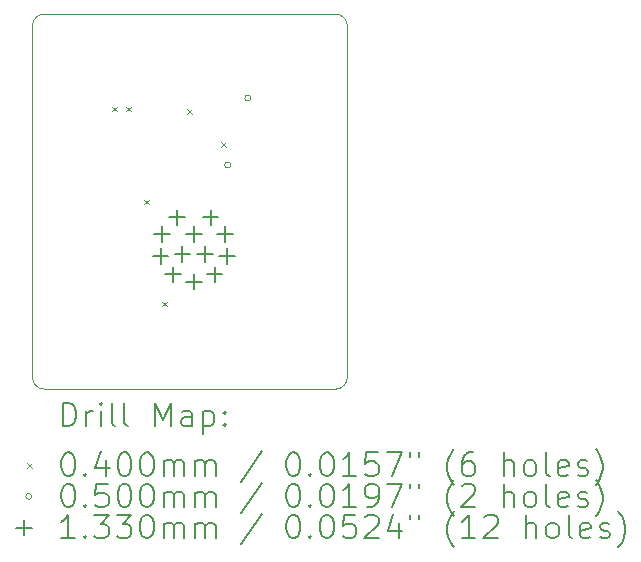
<source format=gbr>
%TF.GenerationSoftware,KiCad,Pcbnew,7.0.6*%
%TF.CreationDate,2024-04-06T15:43:45-04:00*%
%TF.ProjectId,peripheral_io_right_eth,70657269-7068-4657-9261-6c5f696f5f72,rev?*%
%TF.SameCoordinates,Original*%
%TF.FileFunction,Drillmap*%
%TF.FilePolarity,Positive*%
%FSLAX45Y45*%
G04 Gerber Fmt 4.5, Leading zero omitted, Abs format (unit mm)*
G04 Created by KiCad (PCBNEW 7.0.6) date 2024-04-06 15:43:45*
%MOMM*%
%LPD*%
G01*
G04 APERTURE LIST*
%ADD10C,0.100000*%
%ADD11C,0.200000*%
%ADD12C,0.040000*%
%ADD13C,0.050000*%
%ADD14C,0.133000*%
G04 APERTURE END LIST*
D10*
X12302354Y-10979476D02*
G75*
G03*
X12402347Y-11079476I99996J-4D01*
G01*
X12402347Y-7904477D02*
G75*
G03*
X12302347Y-8004476I3J-100003D01*
G01*
X14969354Y-8004476D02*
G75*
G03*
X14869347Y-7904476I-100004J-4D01*
G01*
X14869347Y-11079476D02*
X12402347Y-11079476D01*
X12302347Y-10979476D02*
X12302347Y-8004476D01*
X12402347Y-7904476D02*
X14869347Y-7904476D01*
X14869347Y-11079477D02*
G75*
G03*
X14969347Y-10979476I3J99997D01*
G01*
X14969347Y-8004476D02*
X14969347Y-10979476D01*
D11*
D12*
X12978307Y-8687116D02*
X13018307Y-8727116D01*
X13018307Y-8687116D02*
X12978307Y-8727116D01*
X13095147Y-8687116D02*
X13135147Y-8727116D01*
X13135147Y-8687116D02*
X13095147Y-8727116D01*
X13248960Y-9474520D02*
X13288960Y-9514520D01*
X13288960Y-9474520D02*
X13248960Y-9514520D01*
X13401360Y-10338120D02*
X13441360Y-10378120D01*
X13441360Y-10338120D02*
X13401360Y-10378120D01*
X13613307Y-8707436D02*
X13653307Y-8747436D01*
X13653307Y-8707436D02*
X13613307Y-8747436D01*
X13902867Y-8986836D02*
X13942867Y-9026836D01*
X13942867Y-8986836D02*
X13902867Y-9026836D01*
D13*
X13981317Y-9181666D02*
G75*
G03*
X13981317Y-9181666I-25000J0D01*
G01*
X14151067Y-8615676D02*
G75*
G03*
X14151067Y-8615676I-25000J0D01*
G01*
D14*
X13387851Y-9886335D02*
X13387851Y-10019335D01*
X13321351Y-9952835D02*
X13454351Y-9952835D01*
X13401105Y-9699761D02*
X13401105Y-9832761D01*
X13334605Y-9766261D02*
X13467605Y-9766261D01*
X13491267Y-10042196D02*
X13491267Y-10175196D01*
X13424767Y-10108696D02*
X13557767Y-10108696D01*
X13525500Y-9560100D02*
X13525500Y-9693100D01*
X13459000Y-9626600D02*
X13592000Y-9626600D01*
X13573041Y-9867499D02*
X13573041Y-10000499D01*
X13506541Y-9933999D02*
X13639541Y-9933999D01*
X13668304Y-9702499D02*
X13668304Y-9835499D01*
X13601804Y-9768999D02*
X13734804Y-9768999D01*
X13668304Y-10102490D02*
X13668304Y-10235490D01*
X13601804Y-10168990D02*
X13734804Y-10168990D01*
X13763567Y-9867499D02*
X13763567Y-10000499D01*
X13697067Y-9933999D02*
X13830067Y-9933999D01*
X13811107Y-9560096D02*
X13811107Y-9693096D01*
X13744607Y-9626596D02*
X13877607Y-9626596D01*
X13845341Y-10042196D02*
X13845341Y-10175196D01*
X13778841Y-10108696D02*
X13911841Y-10108696D01*
X13935503Y-9699761D02*
X13935503Y-9832761D01*
X13869003Y-9766261D02*
X14002003Y-9766261D01*
X13948757Y-9886335D02*
X13948757Y-10019335D01*
X13882257Y-9952835D02*
X14015257Y-9952835D01*
D11*
X12558124Y-11395961D02*
X12558124Y-11195961D01*
X12558124Y-11195961D02*
X12605743Y-11195961D01*
X12605743Y-11195961D02*
X12634314Y-11205484D01*
X12634314Y-11205484D02*
X12653362Y-11224532D01*
X12653362Y-11224532D02*
X12662885Y-11243580D01*
X12662885Y-11243580D02*
X12672409Y-11281675D01*
X12672409Y-11281675D02*
X12672409Y-11310246D01*
X12672409Y-11310246D02*
X12662885Y-11348341D01*
X12662885Y-11348341D02*
X12653362Y-11367389D01*
X12653362Y-11367389D02*
X12634314Y-11386437D01*
X12634314Y-11386437D02*
X12605743Y-11395961D01*
X12605743Y-11395961D02*
X12558124Y-11395961D01*
X12758124Y-11395961D02*
X12758124Y-11262627D01*
X12758124Y-11300722D02*
X12767647Y-11281675D01*
X12767647Y-11281675D02*
X12777171Y-11272151D01*
X12777171Y-11272151D02*
X12796219Y-11262627D01*
X12796219Y-11262627D02*
X12815266Y-11262627D01*
X12881933Y-11395961D02*
X12881933Y-11262627D01*
X12881933Y-11195961D02*
X12872409Y-11205484D01*
X12872409Y-11205484D02*
X12881933Y-11215008D01*
X12881933Y-11215008D02*
X12891457Y-11205484D01*
X12891457Y-11205484D02*
X12881933Y-11195961D01*
X12881933Y-11195961D02*
X12881933Y-11215008D01*
X13005743Y-11395961D02*
X12986695Y-11386437D01*
X12986695Y-11386437D02*
X12977171Y-11367389D01*
X12977171Y-11367389D02*
X12977171Y-11195961D01*
X13110504Y-11395961D02*
X13091457Y-11386437D01*
X13091457Y-11386437D02*
X13081933Y-11367389D01*
X13081933Y-11367389D02*
X13081933Y-11195961D01*
X13339076Y-11395961D02*
X13339076Y-11195961D01*
X13339076Y-11195961D02*
X13405743Y-11338818D01*
X13405743Y-11338818D02*
X13472409Y-11195961D01*
X13472409Y-11195961D02*
X13472409Y-11395961D01*
X13653362Y-11395961D02*
X13653362Y-11291199D01*
X13653362Y-11291199D02*
X13643838Y-11272151D01*
X13643838Y-11272151D02*
X13624790Y-11262627D01*
X13624790Y-11262627D02*
X13586695Y-11262627D01*
X13586695Y-11262627D02*
X13567647Y-11272151D01*
X13653362Y-11386437D02*
X13634314Y-11395961D01*
X13634314Y-11395961D02*
X13586695Y-11395961D01*
X13586695Y-11395961D02*
X13567647Y-11386437D01*
X13567647Y-11386437D02*
X13558124Y-11367389D01*
X13558124Y-11367389D02*
X13558124Y-11348341D01*
X13558124Y-11348341D02*
X13567647Y-11329294D01*
X13567647Y-11329294D02*
X13586695Y-11319770D01*
X13586695Y-11319770D02*
X13634314Y-11319770D01*
X13634314Y-11319770D02*
X13653362Y-11310246D01*
X13748600Y-11262627D02*
X13748600Y-11462627D01*
X13748600Y-11272151D02*
X13767647Y-11262627D01*
X13767647Y-11262627D02*
X13805743Y-11262627D01*
X13805743Y-11262627D02*
X13824790Y-11272151D01*
X13824790Y-11272151D02*
X13834314Y-11281675D01*
X13834314Y-11281675D02*
X13843838Y-11300722D01*
X13843838Y-11300722D02*
X13843838Y-11357865D01*
X13843838Y-11357865D02*
X13834314Y-11376913D01*
X13834314Y-11376913D02*
X13824790Y-11386437D01*
X13824790Y-11386437D02*
X13805743Y-11395961D01*
X13805743Y-11395961D02*
X13767647Y-11395961D01*
X13767647Y-11395961D02*
X13748600Y-11386437D01*
X13929552Y-11376913D02*
X13939076Y-11386437D01*
X13939076Y-11386437D02*
X13929552Y-11395961D01*
X13929552Y-11395961D02*
X13920028Y-11386437D01*
X13920028Y-11386437D02*
X13929552Y-11376913D01*
X13929552Y-11376913D02*
X13929552Y-11395961D01*
X13929552Y-11272151D02*
X13939076Y-11281675D01*
X13939076Y-11281675D02*
X13929552Y-11291199D01*
X13929552Y-11291199D02*
X13920028Y-11281675D01*
X13920028Y-11281675D02*
X13929552Y-11272151D01*
X13929552Y-11272151D02*
X13929552Y-11291199D01*
D12*
X12257347Y-11704477D02*
X12297347Y-11744477D01*
X12297347Y-11704477D02*
X12257347Y-11744477D01*
D11*
X12596219Y-11615961D02*
X12615266Y-11615961D01*
X12615266Y-11615961D02*
X12634314Y-11625484D01*
X12634314Y-11625484D02*
X12643838Y-11635008D01*
X12643838Y-11635008D02*
X12653362Y-11654056D01*
X12653362Y-11654056D02*
X12662885Y-11692151D01*
X12662885Y-11692151D02*
X12662885Y-11739770D01*
X12662885Y-11739770D02*
X12653362Y-11777865D01*
X12653362Y-11777865D02*
X12643838Y-11796913D01*
X12643838Y-11796913D02*
X12634314Y-11806437D01*
X12634314Y-11806437D02*
X12615266Y-11815961D01*
X12615266Y-11815961D02*
X12596219Y-11815961D01*
X12596219Y-11815961D02*
X12577171Y-11806437D01*
X12577171Y-11806437D02*
X12567647Y-11796913D01*
X12567647Y-11796913D02*
X12558124Y-11777865D01*
X12558124Y-11777865D02*
X12548600Y-11739770D01*
X12548600Y-11739770D02*
X12548600Y-11692151D01*
X12548600Y-11692151D02*
X12558124Y-11654056D01*
X12558124Y-11654056D02*
X12567647Y-11635008D01*
X12567647Y-11635008D02*
X12577171Y-11625484D01*
X12577171Y-11625484D02*
X12596219Y-11615961D01*
X12748600Y-11796913D02*
X12758124Y-11806437D01*
X12758124Y-11806437D02*
X12748600Y-11815961D01*
X12748600Y-11815961D02*
X12739076Y-11806437D01*
X12739076Y-11806437D02*
X12748600Y-11796913D01*
X12748600Y-11796913D02*
X12748600Y-11815961D01*
X12929552Y-11682627D02*
X12929552Y-11815961D01*
X12881933Y-11606437D02*
X12834314Y-11749294D01*
X12834314Y-11749294D02*
X12958124Y-11749294D01*
X13072409Y-11615961D02*
X13091457Y-11615961D01*
X13091457Y-11615961D02*
X13110505Y-11625484D01*
X13110505Y-11625484D02*
X13120028Y-11635008D01*
X13120028Y-11635008D02*
X13129552Y-11654056D01*
X13129552Y-11654056D02*
X13139076Y-11692151D01*
X13139076Y-11692151D02*
X13139076Y-11739770D01*
X13139076Y-11739770D02*
X13129552Y-11777865D01*
X13129552Y-11777865D02*
X13120028Y-11796913D01*
X13120028Y-11796913D02*
X13110505Y-11806437D01*
X13110505Y-11806437D02*
X13091457Y-11815961D01*
X13091457Y-11815961D02*
X13072409Y-11815961D01*
X13072409Y-11815961D02*
X13053362Y-11806437D01*
X13053362Y-11806437D02*
X13043838Y-11796913D01*
X13043838Y-11796913D02*
X13034314Y-11777865D01*
X13034314Y-11777865D02*
X13024790Y-11739770D01*
X13024790Y-11739770D02*
X13024790Y-11692151D01*
X13024790Y-11692151D02*
X13034314Y-11654056D01*
X13034314Y-11654056D02*
X13043838Y-11635008D01*
X13043838Y-11635008D02*
X13053362Y-11625484D01*
X13053362Y-11625484D02*
X13072409Y-11615961D01*
X13262885Y-11615961D02*
X13281933Y-11615961D01*
X13281933Y-11615961D02*
X13300981Y-11625484D01*
X13300981Y-11625484D02*
X13310505Y-11635008D01*
X13310505Y-11635008D02*
X13320028Y-11654056D01*
X13320028Y-11654056D02*
X13329552Y-11692151D01*
X13329552Y-11692151D02*
X13329552Y-11739770D01*
X13329552Y-11739770D02*
X13320028Y-11777865D01*
X13320028Y-11777865D02*
X13310505Y-11796913D01*
X13310505Y-11796913D02*
X13300981Y-11806437D01*
X13300981Y-11806437D02*
X13281933Y-11815961D01*
X13281933Y-11815961D02*
X13262885Y-11815961D01*
X13262885Y-11815961D02*
X13243838Y-11806437D01*
X13243838Y-11806437D02*
X13234314Y-11796913D01*
X13234314Y-11796913D02*
X13224790Y-11777865D01*
X13224790Y-11777865D02*
X13215266Y-11739770D01*
X13215266Y-11739770D02*
X13215266Y-11692151D01*
X13215266Y-11692151D02*
X13224790Y-11654056D01*
X13224790Y-11654056D02*
X13234314Y-11635008D01*
X13234314Y-11635008D02*
X13243838Y-11625484D01*
X13243838Y-11625484D02*
X13262885Y-11615961D01*
X13415266Y-11815961D02*
X13415266Y-11682627D01*
X13415266Y-11701675D02*
X13424790Y-11692151D01*
X13424790Y-11692151D02*
X13443838Y-11682627D01*
X13443838Y-11682627D02*
X13472409Y-11682627D01*
X13472409Y-11682627D02*
X13491457Y-11692151D01*
X13491457Y-11692151D02*
X13500981Y-11711199D01*
X13500981Y-11711199D02*
X13500981Y-11815961D01*
X13500981Y-11711199D02*
X13510505Y-11692151D01*
X13510505Y-11692151D02*
X13529552Y-11682627D01*
X13529552Y-11682627D02*
X13558124Y-11682627D01*
X13558124Y-11682627D02*
X13577171Y-11692151D01*
X13577171Y-11692151D02*
X13586695Y-11711199D01*
X13586695Y-11711199D02*
X13586695Y-11815961D01*
X13681933Y-11815961D02*
X13681933Y-11682627D01*
X13681933Y-11701675D02*
X13691457Y-11692151D01*
X13691457Y-11692151D02*
X13710505Y-11682627D01*
X13710505Y-11682627D02*
X13739076Y-11682627D01*
X13739076Y-11682627D02*
X13758124Y-11692151D01*
X13758124Y-11692151D02*
X13767647Y-11711199D01*
X13767647Y-11711199D02*
X13767647Y-11815961D01*
X13767647Y-11711199D02*
X13777171Y-11692151D01*
X13777171Y-11692151D02*
X13796219Y-11682627D01*
X13796219Y-11682627D02*
X13824790Y-11682627D01*
X13824790Y-11682627D02*
X13843838Y-11692151D01*
X13843838Y-11692151D02*
X13853362Y-11711199D01*
X13853362Y-11711199D02*
X13853362Y-11815961D01*
X14243838Y-11606437D02*
X14072409Y-11863580D01*
X14500981Y-11615961D02*
X14520029Y-11615961D01*
X14520029Y-11615961D02*
X14539076Y-11625484D01*
X14539076Y-11625484D02*
X14548600Y-11635008D01*
X14548600Y-11635008D02*
X14558124Y-11654056D01*
X14558124Y-11654056D02*
X14567648Y-11692151D01*
X14567648Y-11692151D02*
X14567648Y-11739770D01*
X14567648Y-11739770D02*
X14558124Y-11777865D01*
X14558124Y-11777865D02*
X14548600Y-11796913D01*
X14548600Y-11796913D02*
X14539076Y-11806437D01*
X14539076Y-11806437D02*
X14520029Y-11815961D01*
X14520029Y-11815961D02*
X14500981Y-11815961D01*
X14500981Y-11815961D02*
X14481933Y-11806437D01*
X14481933Y-11806437D02*
X14472409Y-11796913D01*
X14472409Y-11796913D02*
X14462886Y-11777865D01*
X14462886Y-11777865D02*
X14453362Y-11739770D01*
X14453362Y-11739770D02*
X14453362Y-11692151D01*
X14453362Y-11692151D02*
X14462886Y-11654056D01*
X14462886Y-11654056D02*
X14472409Y-11635008D01*
X14472409Y-11635008D02*
X14481933Y-11625484D01*
X14481933Y-11625484D02*
X14500981Y-11615961D01*
X14653362Y-11796913D02*
X14662886Y-11806437D01*
X14662886Y-11806437D02*
X14653362Y-11815961D01*
X14653362Y-11815961D02*
X14643838Y-11806437D01*
X14643838Y-11806437D02*
X14653362Y-11796913D01*
X14653362Y-11796913D02*
X14653362Y-11815961D01*
X14786695Y-11615961D02*
X14805743Y-11615961D01*
X14805743Y-11615961D02*
X14824790Y-11625484D01*
X14824790Y-11625484D02*
X14834314Y-11635008D01*
X14834314Y-11635008D02*
X14843838Y-11654056D01*
X14843838Y-11654056D02*
X14853362Y-11692151D01*
X14853362Y-11692151D02*
X14853362Y-11739770D01*
X14853362Y-11739770D02*
X14843838Y-11777865D01*
X14843838Y-11777865D02*
X14834314Y-11796913D01*
X14834314Y-11796913D02*
X14824790Y-11806437D01*
X14824790Y-11806437D02*
X14805743Y-11815961D01*
X14805743Y-11815961D02*
X14786695Y-11815961D01*
X14786695Y-11815961D02*
X14767648Y-11806437D01*
X14767648Y-11806437D02*
X14758124Y-11796913D01*
X14758124Y-11796913D02*
X14748600Y-11777865D01*
X14748600Y-11777865D02*
X14739076Y-11739770D01*
X14739076Y-11739770D02*
X14739076Y-11692151D01*
X14739076Y-11692151D02*
X14748600Y-11654056D01*
X14748600Y-11654056D02*
X14758124Y-11635008D01*
X14758124Y-11635008D02*
X14767648Y-11625484D01*
X14767648Y-11625484D02*
X14786695Y-11615961D01*
X15043838Y-11815961D02*
X14929552Y-11815961D01*
X14986695Y-11815961D02*
X14986695Y-11615961D01*
X14986695Y-11615961D02*
X14967648Y-11644532D01*
X14967648Y-11644532D02*
X14948600Y-11663580D01*
X14948600Y-11663580D02*
X14929552Y-11673103D01*
X15224790Y-11615961D02*
X15129552Y-11615961D01*
X15129552Y-11615961D02*
X15120029Y-11711199D01*
X15120029Y-11711199D02*
X15129552Y-11701675D01*
X15129552Y-11701675D02*
X15148600Y-11692151D01*
X15148600Y-11692151D02*
X15196219Y-11692151D01*
X15196219Y-11692151D02*
X15215267Y-11701675D01*
X15215267Y-11701675D02*
X15224790Y-11711199D01*
X15224790Y-11711199D02*
X15234314Y-11730246D01*
X15234314Y-11730246D02*
X15234314Y-11777865D01*
X15234314Y-11777865D02*
X15224790Y-11796913D01*
X15224790Y-11796913D02*
X15215267Y-11806437D01*
X15215267Y-11806437D02*
X15196219Y-11815961D01*
X15196219Y-11815961D02*
X15148600Y-11815961D01*
X15148600Y-11815961D02*
X15129552Y-11806437D01*
X15129552Y-11806437D02*
X15120029Y-11796913D01*
X15300981Y-11615961D02*
X15434314Y-11615961D01*
X15434314Y-11615961D02*
X15348600Y-11815961D01*
X15500981Y-11615961D02*
X15500981Y-11654056D01*
X15577171Y-11615961D02*
X15577171Y-11654056D01*
X15872410Y-11892151D02*
X15862886Y-11882627D01*
X15862886Y-11882627D02*
X15843838Y-11854056D01*
X15843838Y-11854056D02*
X15834314Y-11835008D01*
X15834314Y-11835008D02*
X15824791Y-11806437D01*
X15824791Y-11806437D02*
X15815267Y-11758818D01*
X15815267Y-11758818D02*
X15815267Y-11720722D01*
X15815267Y-11720722D02*
X15824791Y-11673103D01*
X15824791Y-11673103D02*
X15834314Y-11644532D01*
X15834314Y-11644532D02*
X15843838Y-11625484D01*
X15843838Y-11625484D02*
X15862886Y-11596913D01*
X15862886Y-11596913D02*
X15872410Y-11587389D01*
X16034314Y-11615961D02*
X15996219Y-11615961D01*
X15996219Y-11615961D02*
X15977171Y-11625484D01*
X15977171Y-11625484D02*
X15967648Y-11635008D01*
X15967648Y-11635008D02*
X15948600Y-11663580D01*
X15948600Y-11663580D02*
X15939076Y-11701675D01*
X15939076Y-11701675D02*
X15939076Y-11777865D01*
X15939076Y-11777865D02*
X15948600Y-11796913D01*
X15948600Y-11796913D02*
X15958124Y-11806437D01*
X15958124Y-11806437D02*
X15977171Y-11815961D01*
X15977171Y-11815961D02*
X16015267Y-11815961D01*
X16015267Y-11815961D02*
X16034314Y-11806437D01*
X16034314Y-11806437D02*
X16043838Y-11796913D01*
X16043838Y-11796913D02*
X16053362Y-11777865D01*
X16053362Y-11777865D02*
X16053362Y-11730246D01*
X16053362Y-11730246D02*
X16043838Y-11711199D01*
X16043838Y-11711199D02*
X16034314Y-11701675D01*
X16034314Y-11701675D02*
X16015267Y-11692151D01*
X16015267Y-11692151D02*
X15977171Y-11692151D01*
X15977171Y-11692151D02*
X15958124Y-11701675D01*
X15958124Y-11701675D02*
X15948600Y-11711199D01*
X15948600Y-11711199D02*
X15939076Y-11730246D01*
X16291457Y-11815961D02*
X16291457Y-11615961D01*
X16377172Y-11815961D02*
X16377172Y-11711199D01*
X16377172Y-11711199D02*
X16367648Y-11692151D01*
X16367648Y-11692151D02*
X16348600Y-11682627D01*
X16348600Y-11682627D02*
X16320029Y-11682627D01*
X16320029Y-11682627D02*
X16300981Y-11692151D01*
X16300981Y-11692151D02*
X16291457Y-11701675D01*
X16500981Y-11815961D02*
X16481933Y-11806437D01*
X16481933Y-11806437D02*
X16472410Y-11796913D01*
X16472410Y-11796913D02*
X16462886Y-11777865D01*
X16462886Y-11777865D02*
X16462886Y-11720722D01*
X16462886Y-11720722D02*
X16472410Y-11701675D01*
X16472410Y-11701675D02*
X16481933Y-11692151D01*
X16481933Y-11692151D02*
X16500981Y-11682627D01*
X16500981Y-11682627D02*
X16529553Y-11682627D01*
X16529553Y-11682627D02*
X16548600Y-11692151D01*
X16548600Y-11692151D02*
X16558124Y-11701675D01*
X16558124Y-11701675D02*
X16567648Y-11720722D01*
X16567648Y-11720722D02*
X16567648Y-11777865D01*
X16567648Y-11777865D02*
X16558124Y-11796913D01*
X16558124Y-11796913D02*
X16548600Y-11806437D01*
X16548600Y-11806437D02*
X16529553Y-11815961D01*
X16529553Y-11815961D02*
X16500981Y-11815961D01*
X16681933Y-11815961D02*
X16662886Y-11806437D01*
X16662886Y-11806437D02*
X16653362Y-11787389D01*
X16653362Y-11787389D02*
X16653362Y-11615961D01*
X16834315Y-11806437D02*
X16815267Y-11815961D01*
X16815267Y-11815961D02*
X16777172Y-11815961D01*
X16777172Y-11815961D02*
X16758124Y-11806437D01*
X16758124Y-11806437D02*
X16748600Y-11787389D01*
X16748600Y-11787389D02*
X16748600Y-11711199D01*
X16748600Y-11711199D02*
X16758124Y-11692151D01*
X16758124Y-11692151D02*
X16777172Y-11682627D01*
X16777172Y-11682627D02*
X16815267Y-11682627D01*
X16815267Y-11682627D02*
X16834315Y-11692151D01*
X16834315Y-11692151D02*
X16843838Y-11711199D01*
X16843838Y-11711199D02*
X16843838Y-11730246D01*
X16843838Y-11730246D02*
X16748600Y-11749294D01*
X16920029Y-11806437D02*
X16939076Y-11815961D01*
X16939076Y-11815961D02*
X16977172Y-11815961D01*
X16977172Y-11815961D02*
X16996219Y-11806437D01*
X16996219Y-11806437D02*
X17005743Y-11787389D01*
X17005743Y-11787389D02*
X17005743Y-11777865D01*
X17005743Y-11777865D02*
X16996219Y-11758818D01*
X16996219Y-11758818D02*
X16977172Y-11749294D01*
X16977172Y-11749294D02*
X16948600Y-11749294D01*
X16948600Y-11749294D02*
X16929553Y-11739770D01*
X16929553Y-11739770D02*
X16920029Y-11720722D01*
X16920029Y-11720722D02*
X16920029Y-11711199D01*
X16920029Y-11711199D02*
X16929553Y-11692151D01*
X16929553Y-11692151D02*
X16948600Y-11682627D01*
X16948600Y-11682627D02*
X16977172Y-11682627D01*
X16977172Y-11682627D02*
X16996219Y-11692151D01*
X17072410Y-11892151D02*
X17081934Y-11882627D01*
X17081934Y-11882627D02*
X17100981Y-11854056D01*
X17100981Y-11854056D02*
X17110505Y-11835008D01*
X17110505Y-11835008D02*
X17120029Y-11806437D01*
X17120029Y-11806437D02*
X17129553Y-11758818D01*
X17129553Y-11758818D02*
X17129553Y-11720722D01*
X17129553Y-11720722D02*
X17120029Y-11673103D01*
X17120029Y-11673103D02*
X17110505Y-11644532D01*
X17110505Y-11644532D02*
X17100981Y-11625484D01*
X17100981Y-11625484D02*
X17081934Y-11596913D01*
X17081934Y-11596913D02*
X17072410Y-11587389D01*
D13*
X12297347Y-11988477D02*
G75*
G03*
X12297347Y-11988477I-25000J0D01*
G01*
D11*
X12596219Y-11879961D02*
X12615266Y-11879961D01*
X12615266Y-11879961D02*
X12634314Y-11889484D01*
X12634314Y-11889484D02*
X12643838Y-11899008D01*
X12643838Y-11899008D02*
X12653362Y-11918056D01*
X12653362Y-11918056D02*
X12662885Y-11956151D01*
X12662885Y-11956151D02*
X12662885Y-12003770D01*
X12662885Y-12003770D02*
X12653362Y-12041865D01*
X12653362Y-12041865D02*
X12643838Y-12060913D01*
X12643838Y-12060913D02*
X12634314Y-12070437D01*
X12634314Y-12070437D02*
X12615266Y-12079961D01*
X12615266Y-12079961D02*
X12596219Y-12079961D01*
X12596219Y-12079961D02*
X12577171Y-12070437D01*
X12577171Y-12070437D02*
X12567647Y-12060913D01*
X12567647Y-12060913D02*
X12558124Y-12041865D01*
X12558124Y-12041865D02*
X12548600Y-12003770D01*
X12548600Y-12003770D02*
X12548600Y-11956151D01*
X12548600Y-11956151D02*
X12558124Y-11918056D01*
X12558124Y-11918056D02*
X12567647Y-11899008D01*
X12567647Y-11899008D02*
X12577171Y-11889484D01*
X12577171Y-11889484D02*
X12596219Y-11879961D01*
X12748600Y-12060913D02*
X12758124Y-12070437D01*
X12758124Y-12070437D02*
X12748600Y-12079961D01*
X12748600Y-12079961D02*
X12739076Y-12070437D01*
X12739076Y-12070437D02*
X12748600Y-12060913D01*
X12748600Y-12060913D02*
X12748600Y-12079961D01*
X12939076Y-11879961D02*
X12843838Y-11879961D01*
X12843838Y-11879961D02*
X12834314Y-11975199D01*
X12834314Y-11975199D02*
X12843838Y-11965675D01*
X12843838Y-11965675D02*
X12862885Y-11956151D01*
X12862885Y-11956151D02*
X12910505Y-11956151D01*
X12910505Y-11956151D02*
X12929552Y-11965675D01*
X12929552Y-11965675D02*
X12939076Y-11975199D01*
X12939076Y-11975199D02*
X12948600Y-11994246D01*
X12948600Y-11994246D02*
X12948600Y-12041865D01*
X12948600Y-12041865D02*
X12939076Y-12060913D01*
X12939076Y-12060913D02*
X12929552Y-12070437D01*
X12929552Y-12070437D02*
X12910505Y-12079961D01*
X12910505Y-12079961D02*
X12862885Y-12079961D01*
X12862885Y-12079961D02*
X12843838Y-12070437D01*
X12843838Y-12070437D02*
X12834314Y-12060913D01*
X13072409Y-11879961D02*
X13091457Y-11879961D01*
X13091457Y-11879961D02*
X13110505Y-11889484D01*
X13110505Y-11889484D02*
X13120028Y-11899008D01*
X13120028Y-11899008D02*
X13129552Y-11918056D01*
X13129552Y-11918056D02*
X13139076Y-11956151D01*
X13139076Y-11956151D02*
X13139076Y-12003770D01*
X13139076Y-12003770D02*
X13129552Y-12041865D01*
X13129552Y-12041865D02*
X13120028Y-12060913D01*
X13120028Y-12060913D02*
X13110505Y-12070437D01*
X13110505Y-12070437D02*
X13091457Y-12079961D01*
X13091457Y-12079961D02*
X13072409Y-12079961D01*
X13072409Y-12079961D02*
X13053362Y-12070437D01*
X13053362Y-12070437D02*
X13043838Y-12060913D01*
X13043838Y-12060913D02*
X13034314Y-12041865D01*
X13034314Y-12041865D02*
X13024790Y-12003770D01*
X13024790Y-12003770D02*
X13024790Y-11956151D01*
X13024790Y-11956151D02*
X13034314Y-11918056D01*
X13034314Y-11918056D02*
X13043838Y-11899008D01*
X13043838Y-11899008D02*
X13053362Y-11889484D01*
X13053362Y-11889484D02*
X13072409Y-11879961D01*
X13262885Y-11879961D02*
X13281933Y-11879961D01*
X13281933Y-11879961D02*
X13300981Y-11889484D01*
X13300981Y-11889484D02*
X13310505Y-11899008D01*
X13310505Y-11899008D02*
X13320028Y-11918056D01*
X13320028Y-11918056D02*
X13329552Y-11956151D01*
X13329552Y-11956151D02*
X13329552Y-12003770D01*
X13329552Y-12003770D02*
X13320028Y-12041865D01*
X13320028Y-12041865D02*
X13310505Y-12060913D01*
X13310505Y-12060913D02*
X13300981Y-12070437D01*
X13300981Y-12070437D02*
X13281933Y-12079961D01*
X13281933Y-12079961D02*
X13262885Y-12079961D01*
X13262885Y-12079961D02*
X13243838Y-12070437D01*
X13243838Y-12070437D02*
X13234314Y-12060913D01*
X13234314Y-12060913D02*
X13224790Y-12041865D01*
X13224790Y-12041865D02*
X13215266Y-12003770D01*
X13215266Y-12003770D02*
X13215266Y-11956151D01*
X13215266Y-11956151D02*
X13224790Y-11918056D01*
X13224790Y-11918056D02*
X13234314Y-11899008D01*
X13234314Y-11899008D02*
X13243838Y-11889484D01*
X13243838Y-11889484D02*
X13262885Y-11879961D01*
X13415266Y-12079961D02*
X13415266Y-11946627D01*
X13415266Y-11965675D02*
X13424790Y-11956151D01*
X13424790Y-11956151D02*
X13443838Y-11946627D01*
X13443838Y-11946627D02*
X13472409Y-11946627D01*
X13472409Y-11946627D02*
X13491457Y-11956151D01*
X13491457Y-11956151D02*
X13500981Y-11975199D01*
X13500981Y-11975199D02*
X13500981Y-12079961D01*
X13500981Y-11975199D02*
X13510505Y-11956151D01*
X13510505Y-11956151D02*
X13529552Y-11946627D01*
X13529552Y-11946627D02*
X13558124Y-11946627D01*
X13558124Y-11946627D02*
X13577171Y-11956151D01*
X13577171Y-11956151D02*
X13586695Y-11975199D01*
X13586695Y-11975199D02*
X13586695Y-12079961D01*
X13681933Y-12079961D02*
X13681933Y-11946627D01*
X13681933Y-11965675D02*
X13691457Y-11956151D01*
X13691457Y-11956151D02*
X13710505Y-11946627D01*
X13710505Y-11946627D02*
X13739076Y-11946627D01*
X13739076Y-11946627D02*
X13758124Y-11956151D01*
X13758124Y-11956151D02*
X13767647Y-11975199D01*
X13767647Y-11975199D02*
X13767647Y-12079961D01*
X13767647Y-11975199D02*
X13777171Y-11956151D01*
X13777171Y-11956151D02*
X13796219Y-11946627D01*
X13796219Y-11946627D02*
X13824790Y-11946627D01*
X13824790Y-11946627D02*
X13843838Y-11956151D01*
X13843838Y-11956151D02*
X13853362Y-11975199D01*
X13853362Y-11975199D02*
X13853362Y-12079961D01*
X14243838Y-11870437D02*
X14072409Y-12127580D01*
X14500981Y-11879961D02*
X14520029Y-11879961D01*
X14520029Y-11879961D02*
X14539076Y-11889484D01*
X14539076Y-11889484D02*
X14548600Y-11899008D01*
X14548600Y-11899008D02*
X14558124Y-11918056D01*
X14558124Y-11918056D02*
X14567648Y-11956151D01*
X14567648Y-11956151D02*
X14567648Y-12003770D01*
X14567648Y-12003770D02*
X14558124Y-12041865D01*
X14558124Y-12041865D02*
X14548600Y-12060913D01*
X14548600Y-12060913D02*
X14539076Y-12070437D01*
X14539076Y-12070437D02*
X14520029Y-12079961D01*
X14520029Y-12079961D02*
X14500981Y-12079961D01*
X14500981Y-12079961D02*
X14481933Y-12070437D01*
X14481933Y-12070437D02*
X14472409Y-12060913D01*
X14472409Y-12060913D02*
X14462886Y-12041865D01*
X14462886Y-12041865D02*
X14453362Y-12003770D01*
X14453362Y-12003770D02*
X14453362Y-11956151D01*
X14453362Y-11956151D02*
X14462886Y-11918056D01*
X14462886Y-11918056D02*
X14472409Y-11899008D01*
X14472409Y-11899008D02*
X14481933Y-11889484D01*
X14481933Y-11889484D02*
X14500981Y-11879961D01*
X14653362Y-12060913D02*
X14662886Y-12070437D01*
X14662886Y-12070437D02*
X14653362Y-12079961D01*
X14653362Y-12079961D02*
X14643838Y-12070437D01*
X14643838Y-12070437D02*
X14653362Y-12060913D01*
X14653362Y-12060913D02*
X14653362Y-12079961D01*
X14786695Y-11879961D02*
X14805743Y-11879961D01*
X14805743Y-11879961D02*
X14824790Y-11889484D01*
X14824790Y-11889484D02*
X14834314Y-11899008D01*
X14834314Y-11899008D02*
X14843838Y-11918056D01*
X14843838Y-11918056D02*
X14853362Y-11956151D01*
X14853362Y-11956151D02*
X14853362Y-12003770D01*
X14853362Y-12003770D02*
X14843838Y-12041865D01*
X14843838Y-12041865D02*
X14834314Y-12060913D01*
X14834314Y-12060913D02*
X14824790Y-12070437D01*
X14824790Y-12070437D02*
X14805743Y-12079961D01*
X14805743Y-12079961D02*
X14786695Y-12079961D01*
X14786695Y-12079961D02*
X14767648Y-12070437D01*
X14767648Y-12070437D02*
X14758124Y-12060913D01*
X14758124Y-12060913D02*
X14748600Y-12041865D01*
X14748600Y-12041865D02*
X14739076Y-12003770D01*
X14739076Y-12003770D02*
X14739076Y-11956151D01*
X14739076Y-11956151D02*
X14748600Y-11918056D01*
X14748600Y-11918056D02*
X14758124Y-11899008D01*
X14758124Y-11899008D02*
X14767648Y-11889484D01*
X14767648Y-11889484D02*
X14786695Y-11879961D01*
X15043838Y-12079961D02*
X14929552Y-12079961D01*
X14986695Y-12079961D02*
X14986695Y-11879961D01*
X14986695Y-11879961D02*
X14967648Y-11908532D01*
X14967648Y-11908532D02*
X14948600Y-11927580D01*
X14948600Y-11927580D02*
X14929552Y-11937103D01*
X15139076Y-12079961D02*
X15177171Y-12079961D01*
X15177171Y-12079961D02*
X15196219Y-12070437D01*
X15196219Y-12070437D02*
X15205743Y-12060913D01*
X15205743Y-12060913D02*
X15224790Y-12032341D01*
X15224790Y-12032341D02*
X15234314Y-11994246D01*
X15234314Y-11994246D02*
X15234314Y-11918056D01*
X15234314Y-11918056D02*
X15224790Y-11899008D01*
X15224790Y-11899008D02*
X15215267Y-11889484D01*
X15215267Y-11889484D02*
X15196219Y-11879961D01*
X15196219Y-11879961D02*
X15158124Y-11879961D01*
X15158124Y-11879961D02*
X15139076Y-11889484D01*
X15139076Y-11889484D02*
X15129552Y-11899008D01*
X15129552Y-11899008D02*
X15120029Y-11918056D01*
X15120029Y-11918056D02*
X15120029Y-11965675D01*
X15120029Y-11965675D02*
X15129552Y-11984722D01*
X15129552Y-11984722D02*
X15139076Y-11994246D01*
X15139076Y-11994246D02*
X15158124Y-12003770D01*
X15158124Y-12003770D02*
X15196219Y-12003770D01*
X15196219Y-12003770D02*
X15215267Y-11994246D01*
X15215267Y-11994246D02*
X15224790Y-11984722D01*
X15224790Y-11984722D02*
X15234314Y-11965675D01*
X15300981Y-11879961D02*
X15434314Y-11879961D01*
X15434314Y-11879961D02*
X15348600Y-12079961D01*
X15500981Y-11879961D02*
X15500981Y-11918056D01*
X15577171Y-11879961D02*
X15577171Y-11918056D01*
X15872410Y-12156151D02*
X15862886Y-12146627D01*
X15862886Y-12146627D02*
X15843838Y-12118056D01*
X15843838Y-12118056D02*
X15834314Y-12099008D01*
X15834314Y-12099008D02*
X15824791Y-12070437D01*
X15824791Y-12070437D02*
X15815267Y-12022818D01*
X15815267Y-12022818D02*
X15815267Y-11984722D01*
X15815267Y-11984722D02*
X15824791Y-11937103D01*
X15824791Y-11937103D02*
X15834314Y-11908532D01*
X15834314Y-11908532D02*
X15843838Y-11889484D01*
X15843838Y-11889484D02*
X15862886Y-11860913D01*
X15862886Y-11860913D02*
X15872410Y-11851389D01*
X15939076Y-11899008D02*
X15948600Y-11889484D01*
X15948600Y-11889484D02*
X15967648Y-11879961D01*
X15967648Y-11879961D02*
X16015267Y-11879961D01*
X16015267Y-11879961D02*
X16034314Y-11889484D01*
X16034314Y-11889484D02*
X16043838Y-11899008D01*
X16043838Y-11899008D02*
X16053362Y-11918056D01*
X16053362Y-11918056D02*
X16053362Y-11937103D01*
X16053362Y-11937103D02*
X16043838Y-11965675D01*
X16043838Y-11965675D02*
X15929552Y-12079961D01*
X15929552Y-12079961D02*
X16053362Y-12079961D01*
X16291457Y-12079961D02*
X16291457Y-11879961D01*
X16377172Y-12079961D02*
X16377172Y-11975199D01*
X16377172Y-11975199D02*
X16367648Y-11956151D01*
X16367648Y-11956151D02*
X16348600Y-11946627D01*
X16348600Y-11946627D02*
X16320029Y-11946627D01*
X16320029Y-11946627D02*
X16300981Y-11956151D01*
X16300981Y-11956151D02*
X16291457Y-11965675D01*
X16500981Y-12079961D02*
X16481933Y-12070437D01*
X16481933Y-12070437D02*
X16472410Y-12060913D01*
X16472410Y-12060913D02*
X16462886Y-12041865D01*
X16462886Y-12041865D02*
X16462886Y-11984722D01*
X16462886Y-11984722D02*
X16472410Y-11965675D01*
X16472410Y-11965675D02*
X16481933Y-11956151D01*
X16481933Y-11956151D02*
X16500981Y-11946627D01*
X16500981Y-11946627D02*
X16529553Y-11946627D01*
X16529553Y-11946627D02*
X16548600Y-11956151D01*
X16548600Y-11956151D02*
X16558124Y-11965675D01*
X16558124Y-11965675D02*
X16567648Y-11984722D01*
X16567648Y-11984722D02*
X16567648Y-12041865D01*
X16567648Y-12041865D02*
X16558124Y-12060913D01*
X16558124Y-12060913D02*
X16548600Y-12070437D01*
X16548600Y-12070437D02*
X16529553Y-12079961D01*
X16529553Y-12079961D02*
X16500981Y-12079961D01*
X16681933Y-12079961D02*
X16662886Y-12070437D01*
X16662886Y-12070437D02*
X16653362Y-12051389D01*
X16653362Y-12051389D02*
X16653362Y-11879961D01*
X16834315Y-12070437D02*
X16815267Y-12079961D01*
X16815267Y-12079961D02*
X16777172Y-12079961D01*
X16777172Y-12079961D02*
X16758124Y-12070437D01*
X16758124Y-12070437D02*
X16748600Y-12051389D01*
X16748600Y-12051389D02*
X16748600Y-11975199D01*
X16748600Y-11975199D02*
X16758124Y-11956151D01*
X16758124Y-11956151D02*
X16777172Y-11946627D01*
X16777172Y-11946627D02*
X16815267Y-11946627D01*
X16815267Y-11946627D02*
X16834315Y-11956151D01*
X16834315Y-11956151D02*
X16843838Y-11975199D01*
X16843838Y-11975199D02*
X16843838Y-11994246D01*
X16843838Y-11994246D02*
X16748600Y-12013294D01*
X16920029Y-12070437D02*
X16939076Y-12079961D01*
X16939076Y-12079961D02*
X16977172Y-12079961D01*
X16977172Y-12079961D02*
X16996219Y-12070437D01*
X16996219Y-12070437D02*
X17005743Y-12051389D01*
X17005743Y-12051389D02*
X17005743Y-12041865D01*
X17005743Y-12041865D02*
X16996219Y-12022818D01*
X16996219Y-12022818D02*
X16977172Y-12013294D01*
X16977172Y-12013294D02*
X16948600Y-12013294D01*
X16948600Y-12013294D02*
X16929553Y-12003770D01*
X16929553Y-12003770D02*
X16920029Y-11984722D01*
X16920029Y-11984722D02*
X16920029Y-11975199D01*
X16920029Y-11975199D02*
X16929553Y-11956151D01*
X16929553Y-11956151D02*
X16948600Y-11946627D01*
X16948600Y-11946627D02*
X16977172Y-11946627D01*
X16977172Y-11946627D02*
X16996219Y-11956151D01*
X17072410Y-12156151D02*
X17081934Y-12146627D01*
X17081934Y-12146627D02*
X17100981Y-12118056D01*
X17100981Y-12118056D02*
X17110505Y-12099008D01*
X17110505Y-12099008D02*
X17120029Y-12070437D01*
X17120029Y-12070437D02*
X17129553Y-12022818D01*
X17129553Y-12022818D02*
X17129553Y-11984722D01*
X17129553Y-11984722D02*
X17120029Y-11937103D01*
X17120029Y-11937103D02*
X17110505Y-11908532D01*
X17110505Y-11908532D02*
X17100981Y-11889484D01*
X17100981Y-11889484D02*
X17081934Y-11860913D01*
X17081934Y-11860913D02*
X17072410Y-11851389D01*
D14*
X12230847Y-12185977D02*
X12230847Y-12318977D01*
X12164347Y-12252477D02*
X12297347Y-12252477D01*
D11*
X12662885Y-12343961D02*
X12548600Y-12343961D01*
X12605743Y-12343961D02*
X12605743Y-12143961D01*
X12605743Y-12143961D02*
X12586695Y-12172532D01*
X12586695Y-12172532D02*
X12567647Y-12191580D01*
X12567647Y-12191580D02*
X12548600Y-12201103D01*
X12748600Y-12324913D02*
X12758124Y-12334437D01*
X12758124Y-12334437D02*
X12748600Y-12343961D01*
X12748600Y-12343961D02*
X12739076Y-12334437D01*
X12739076Y-12334437D02*
X12748600Y-12324913D01*
X12748600Y-12324913D02*
X12748600Y-12343961D01*
X12824790Y-12143961D02*
X12948600Y-12143961D01*
X12948600Y-12143961D02*
X12881933Y-12220151D01*
X12881933Y-12220151D02*
X12910505Y-12220151D01*
X12910505Y-12220151D02*
X12929552Y-12229675D01*
X12929552Y-12229675D02*
X12939076Y-12239199D01*
X12939076Y-12239199D02*
X12948600Y-12258246D01*
X12948600Y-12258246D02*
X12948600Y-12305865D01*
X12948600Y-12305865D02*
X12939076Y-12324913D01*
X12939076Y-12324913D02*
X12929552Y-12334437D01*
X12929552Y-12334437D02*
X12910505Y-12343961D01*
X12910505Y-12343961D02*
X12853362Y-12343961D01*
X12853362Y-12343961D02*
X12834314Y-12334437D01*
X12834314Y-12334437D02*
X12824790Y-12324913D01*
X13015266Y-12143961D02*
X13139076Y-12143961D01*
X13139076Y-12143961D02*
X13072409Y-12220151D01*
X13072409Y-12220151D02*
X13100981Y-12220151D01*
X13100981Y-12220151D02*
X13120028Y-12229675D01*
X13120028Y-12229675D02*
X13129552Y-12239199D01*
X13129552Y-12239199D02*
X13139076Y-12258246D01*
X13139076Y-12258246D02*
X13139076Y-12305865D01*
X13139076Y-12305865D02*
X13129552Y-12324913D01*
X13129552Y-12324913D02*
X13120028Y-12334437D01*
X13120028Y-12334437D02*
X13100981Y-12343961D01*
X13100981Y-12343961D02*
X13043838Y-12343961D01*
X13043838Y-12343961D02*
X13024790Y-12334437D01*
X13024790Y-12334437D02*
X13015266Y-12324913D01*
X13262885Y-12143961D02*
X13281933Y-12143961D01*
X13281933Y-12143961D02*
X13300981Y-12153484D01*
X13300981Y-12153484D02*
X13310505Y-12163008D01*
X13310505Y-12163008D02*
X13320028Y-12182056D01*
X13320028Y-12182056D02*
X13329552Y-12220151D01*
X13329552Y-12220151D02*
X13329552Y-12267770D01*
X13329552Y-12267770D02*
X13320028Y-12305865D01*
X13320028Y-12305865D02*
X13310505Y-12324913D01*
X13310505Y-12324913D02*
X13300981Y-12334437D01*
X13300981Y-12334437D02*
X13281933Y-12343961D01*
X13281933Y-12343961D02*
X13262885Y-12343961D01*
X13262885Y-12343961D02*
X13243838Y-12334437D01*
X13243838Y-12334437D02*
X13234314Y-12324913D01*
X13234314Y-12324913D02*
X13224790Y-12305865D01*
X13224790Y-12305865D02*
X13215266Y-12267770D01*
X13215266Y-12267770D02*
X13215266Y-12220151D01*
X13215266Y-12220151D02*
X13224790Y-12182056D01*
X13224790Y-12182056D02*
X13234314Y-12163008D01*
X13234314Y-12163008D02*
X13243838Y-12153484D01*
X13243838Y-12153484D02*
X13262885Y-12143961D01*
X13415266Y-12343961D02*
X13415266Y-12210627D01*
X13415266Y-12229675D02*
X13424790Y-12220151D01*
X13424790Y-12220151D02*
X13443838Y-12210627D01*
X13443838Y-12210627D02*
X13472409Y-12210627D01*
X13472409Y-12210627D02*
X13491457Y-12220151D01*
X13491457Y-12220151D02*
X13500981Y-12239199D01*
X13500981Y-12239199D02*
X13500981Y-12343961D01*
X13500981Y-12239199D02*
X13510505Y-12220151D01*
X13510505Y-12220151D02*
X13529552Y-12210627D01*
X13529552Y-12210627D02*
X13558124Y-12210627D01*
X13558124Y-12210627D02*
X13577171Y-12220151D01*
X13577171Y-12220151D02*
X13586695Y-12239199D01*
X13586695Y-12239199D02*
X13586695Y-12343961D01*
X13681933Y-12343961D02*
X13681933Y-12210627D01*
X13681933Y-12229675D02*
X13691457Y-12220151D01*
X13691457Y-12220151D02*
X13710505Y-12210627D01*
X13710505Y-12210627D02*
X13739076Y-12210627D01*
X13739076Y-12210627D02*
X13758124Y-12220151D01*
X13758124Y-12220151D02*
X13767647Y-12239199D01*
X13767647Y-12239199D02*
X13767647Y-12343961D01*
X13767647Y-12239199D02*
X13777171Y-12220151D01*
X13777171Y-12220151D02*
X13796219Y-12210627D01*
X13796219Y-12210627D02*
X13824790Y-12210627D01*
X13824790Y-12210627D02*
X13843838Y-12220151D01*
X13843838Y-12220151D02*
X13853362Y-12239199D01*
X13853362Y-12239199D02*
X13853362Y-12343961D01*
X14243838Y-12134437D02*
X14072409Y-12391580D01*
X14500981Y-12143961D02*
X14520029Y-12143961D01*
X14520029Y-12143961D02*
X14539076Y-12153484D01*
X14539076Y-12153484D02*
X14548600Y-12163008D01*
X14548600Y-12163008D02*
X14558124Y-12182056D01*
X14558124Y-12182056D02*
X14567648Y-12220151D01*
X14567648Y-12220151D02*
X14567648Y-12267770D01*
X14567648Y-12267770D02*
X14558124Y-12305865D01*
X14558124Y-12305865D02*
X14548600Y-12324913D01*
X14548600Y-12324913D02*
X14539076Y-12334437D01*
X14539076Y-12334437D02*
X14520029Y-12343961D01*
X14520029Y-12343961D02*
X14500981Y-12343961D01*
X14500981Y-12343961D02*
X14481933Y-12334437D01*
X14481933Y-12334437D02*
X14472409Y-12324913D01*
X14472409Y-12324913D02*
X14462886Y-12305865D01*
X14462886Y-12305865D02*
X14453362Y-12267770D01*
X14453362Y-12267770D02*
X14453362Y-12220151D01*
X14453362Y-12220151D02*
X14462886Y-12182056D01*
X14462886Y-12182056D02*
X14472409Y-12163008D01*
X14472409Y-12163008D02*
X14481933Y-12153484D01*
X14481933Y-12153484D02*
X14500981Y-12143961D01*
X14653362Y-12324913D02*
X14662886Y-12334437D01*
X14662886Y-12334437D02*
X14653362Y-12343961D01*
X14653362Y-12343961D02*
X14643838Y-12334437D01*
X14643838Y-12334437D02*
X14653362Y-12324913D01*
X14653362Y-12324913D02*
X14653362Y-12343961D01*
X14786695Y-12143961D02*
X14805743Y-12143961D01*
X14805743Y-12143961D02*
X14824790Y-12153484D01*
X14824790Y-12153484D02*
X14834314Y-12163008D01*
X14834314Y-12163008D02*
X14843838Y-12182056D01*
X14843838Y-12182056D02*
X14853362Y-12220151D01*
X14853362Y-12220151D02*
X14853362Y-12267770D01*
X14853362Y-12267770D02*
X14843838Y-12305865D01*
X14843838Y-12305865D02*
X14834314Y-12324913D01*
X14834314Y-12324913D02*
X14824790Y-12334437D01*
X14824790Y-12334437D02*
X14805743Y-12343961D01*
X14805743Y-12343961D02*
X14786695Y-12343961D01*
X14786695Y-12343961D02*
X14767648Y-12334437D01*
X14767648Y-12334437D02*
X14758124Y-12324913D01*
X14758124Y-12324913D02*
X14748600Y-12305865D01*
X14748600Y-12305865D02*
X14739076Y-12267770D01*
X14739076Y-12267770D02*
X14739076Y-12220151D01*
X14739076Y-12220151D02*
X14748600Y-12182056D01*
X14748600Y-12182056D02*
X14758124Y-12163008D01*
X14758124Y-12163008D02*
X14767648Y-12153484D01*
X14767648Y-12153484D02*
X14786695Y-12143961D01*
X15034314Y-12143961D02*
X14939076Y-12143961D01*
X14939076Y-12143961D02*
X14929552Y-12239199D01*
X14929552Y-12239199D02*
X14939076Y-12229675D01*
X14939076Y-12229675D02*
X14958124Y-12220151D01*
X14958124Y-12220151D02*
X15005743Y-12220151D01*
X15005743Y-12220151D02*
X15024790Y-12229675D01*
X15024790Y-12229675D02*
X15034314Y-12239199D01*
X15034314Y-12239199D02*
X15043838Y-12258246D01*
X15043838Y-12258246D02*
X15043838Y-12305865D01*
X15043838Y-12305865D02*
X15034314Y-12324913D01*
X15034314Y-12324913D02*
X15024790Y-12334437D01*
X15024790Y-12334437D02*
X15005743Y-12343961D01*
X15005743Y-12343961D02*
X14958124Y-12343961D01*
X14958124Y-12343961D02*
X14939076Y-12334437D01*
X14939076Y-12334437D02*
X14929552Y-12324913D01*
X15120029Y-12163008D02*
X15129552Y-12153484D01*
X15129552Y-12153484D02*
X15148600Y-12143961D01*
X15148600Y-12143961D02*
X15196219Y-12143961D01*
X15196219Y-12143961D02*
X15215267Y-12153484D01*
X15215267Y-12153484D02*
X15224790Y-12163008D01*
X15224790Y-12163008D02*
X15234314Y-12182056D01*
X15234314Y-12182056D02*
X15234314Y-12201103D01*
X15234314Y-12201103D02*
X15224790Y-12229675D01*
X15224790Y-12229675D02*
X15110505Y-12343961D01*
X15110505Y-12343961D02*
X15234314Y-12343961D01*
X15405743Y-12210627D02*
X15405743Y-12343961D01*
X15358124Y-12134437D02*
X15310505Y-12277294D01*
X15310505Y-12277294D02*
X15434314Y-12277294D01*
X15500981Y-12143961D02*
X15500981Y-12182056D01*
X15577171Y-12143961D02*
X15577171Y-12182056D01*
X15872410Y-12420151D02*
X15862886Y-12410627D01*
X15862886Y-12410627D02*
X15843838Y-12382056D01*
X15843838Y-12382056D02*
X15834314Y-12363008D01*
X15834314Y-12363008D02*
X15824791Y-12334437D01*
X15824791Y-12334437D02*
X15815267Y-12286818D01*
X15815267Y-12286818D02*
X15815267Y-12248722D01*
X15815267Y-12248722D02*
X15824791Y-12201103D01*
X15824791Y-12201103D02*
X15834314Y-12172532D01*
X15834314Y-12172532D02*
X15843838Y-12153484D01*
X15843838Y-12153484D02*
X15862886Y-12124913D01*
X15862886Y-12124913D02*
X15872410Y-12115389D01*
X16053362Y-12343961D02*
X15939076Y-12343961D01*
X15996219Y-12343961D02*
X15996219Y-12143961D01*
X15996219Y-12143961D02*
X15977171Y-12172532D01*
X15977171Y-12172532D02*
X15958124Y-12191580D01*
X15958124Y-12191580D02*
X15939076Y-12201103D01*
X16129552Y-12163008D02*
X16139076Y-12153484D01*
X16139076Y-12153484D02*
X16158124Y-12143961D01*
X16158124Y-12143961D02*
X16205743Y-12143961D01*
X16205743Y-12143961D02*
X16224791Y-12153484D01*
X16224791Y-12153484D02*
X16234314Y-12163008D01*
X16234314Y-12163008D02*
X16243838Y-12182056D01*
X16243838Y-12182056D02*
X16243838Y-12201103D01*
X16243838Y-12201103D02*
X16234314Y-12229675D01*
X16234314Y-12229675D02*
X16120029Y-12343961D01*
X16120029Y-12343961D02*
X16243838Y-12343961D01*
X16481933Y-12343961D02*
X16481933Y-12143961D01*
X16567648Y-12343961D02*
X16567648Y-12239199D01*
X16567648Y-12239199D02*
X16558124Y-12220151D01*
X16558124Y-12220151D02*
X16539076Y-12210627D01*
X16539076Y-12210627D02*
X16510505Y-12210627D01*
X16510505Y-12210627D02*
X16491457Y-12220151D01*
X16491457Y-12220151D02*
X16481933Y-12229675D01*
X16691457Y-12343961D02*
X16672410Y-12334437D01*
X16672410Y-12334437D02*
X16662886Y-12324913D01*
X16662886Y-12324913D02*
X16653362Y-12305865D01*
X16653362Y-12305865D02*
X16653362Y-12248722D01*
X16653362Y-12248722D02*
X16662886Y-12229675D01*
X16662886Y-12229675D02*
X16672410Y-12220151D01*
X16672410Y-12220151D02*
X16691457Y-12210627D01*
X16691457Y-12210627D02*
X16720029Y-12210627D01*
X16720029Y-12210627D02*
X16739076Y-12220151D01*
X16739076Y-12220151D02*
X16748600Y-12229675D01*
X16748600Y-12229675D02*
X16758124Y-12248722D01*
X16758124Y-12248722D02*
X16758124Y-12305865D01*
X16758124Y-12305865D02*
X16748600Y-12324913D01*
X16748600Y-12324913D02*
X16739076Y-12334437D01*
X16739076Y-12334437D02*
X16720029Y-12343961D01*
X16720029Y-12343961D02*
X16691457Y-12343961D01*
X16872410Y-12343961D02*
X16853362Y-12334437D01*
X16853362Y-12334437D02*
X16843838Y-12315389D01*
X16843838Y-12315389D02*
X16843838Y-12143961D01*
X17024791Y-12334437D02*
X17005743Y-12343961D01*
X17005743Y-12343961D02*
X16967648Y-12343961D01*
X16967648Y-12343961D02*
X16948600Y-12334437D01*
X16948600Y-12334437D02*
X16939076Y-12315389D01*
X16939076Y-12315389D02*
X16939076Y-12239199D01*
X16939076Y-12239199D02*
X16948600Y-12220151D01*
X16948600Y-12220151D02*
X16967648Y-12210627D01*
X16967648Y-12210627D02*
X17005743Y-12210627D01*
X17005743Y-12210627D02*
X17024791Y-12220151D01*
X17024791Y-12220151D02*
X17034315Y-12239199D01*
X17034315Y-12239199D02*
X17034315Y-12258246D01*
X17034315Y-12258246D02*
X16939076Y-12277294D01*
X17110505Y-12334437D02*
X17129553Y-12343961D01*
X17129553Y-12343961D02*
X17167648Y-12343961D01*
X17167648Y-12343961D02*
X17186696Y-12334437D01*
X17186696Y-12334437D02*
X17196219Y-12315389D01*
X17196219Y-12315389D02*
X17196219Y-12305865D01*
X17196219Y-12305865D02*
X17186696Y-12286818D01*
X17186696Y-12286818D02*
X17167648Y-12277294D01*
X17167648Y-12277294D02*
X17139076Y-12277294D01*
X17139076Y-12277294D02*
X17120029Y-12267770D01*
X17120029Y-12267770D02*
X17110505Y-12248722D01*
X17110505Y-12248722D02*
X17110505Y-12239199D01*
X17110505Y-12239199D02*
X17120029Y-12220151D01*
X17120029Y-12220151D02*
X17139076Y-12210627D01*
X17139076Y-12210627D02*
X17167648Y-12210627D01*
X17167648Y-12210627D02*
X17186696Y-12220151D01*
X17262886Y-12420151D02*
X17272410Y-12410627D01*
X17272410Y-12410627D02*
X17291457Y-12382056D01*
X17291457Y-12382056D02*
X17300981Y-12363008D01*
X17300981Y-12363008D02*
X17310505Y-12334437D01*
X17310505Y-12334437D02*
X17320029Y-12286818D01*
X17320029Y-12286818D02*
X17320029Y-12248722D01*
X17320029Y-12248722D02*
X17310505Y-12201103D01*
X17310505Y-12201103D02*
X17300981Y-12172532D01*
X17300981Y-12172532D02*
X17291457Y-12153484D01*
X17291457Y-12153484D02*
X17272410Y-12124913D01*
X17272410Y-12124913D02*
X17262886Y-12115389D01*
M02*

</source>
